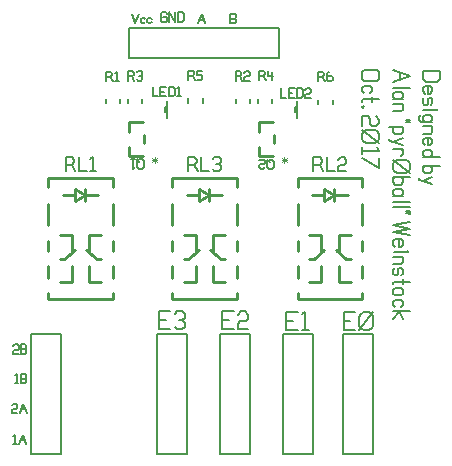
<source format=gto>
G04 -- Generated By PCBWeb Designer*
%FSLAX24Y24*%
%MOIN*%
%OFA0B0*%
%SFA1.0B1.0*%
%AMROTRECT*21,1,$1,$2,0,0,$3*%
%AMROTOBLONG*1,1,$7,$1,$2*1,1,$7,$3,$4*21,1,$5,$6,0,0,$8*%
%ADD10C,0.025*%
%ADD11C,0.05*%
%ADD12C,0.028*%
%ADD13C,0.06*%
%ADD14C,0.006*%
%ADD15C,0.008*%
%ADD16C,0.024*%
%ADD17C,0.035*%
%ADD18C,0.07*%
%ADD19R,0.055X0.0433*%
%ADD20R,0.065X0.0533*%
%ADD21C,0.1772*%
%ADD22C,0.128*%
%ADD23C,0.1872*%
%ADD24R,0.0276X0.0236*%
%ADD25R,0.0376X0.0336*%
%ADD26C,0.01*%
%ADD27C,0.0039*%
%ADD28C,0.0199*%
%ADD29R,0.0787X0.0276*%
%ADD30R,0.0887X0.0376*%
%ADD31R,0.0433X0.055*%
%ADD32R,0.0533X0.065*%
%ADD33C,0.0059*%
%ADD34R,0.085X0.07*%
%ADD35R,0.095X0.08*%
%ADD36C,0.0394*%
%ADD37C,0.0*%
%ADD38C,0.0258*%
%ADD39C,0.0059*%
%ADD40C,0.0098*%
%ADD41C,0.0276*%
G01*
%LNERASE*%
%LPC*%
G54D16*
X13330Y5161D02*
X12955Y5161D01*
X12955Y4561D01*
X13330Y4561D01*
X12955Y4861D02*
X13180Y4861D01*
X13480Y4711D02*
X13518Y4636D01*
X13555Y4599D01*
X13630Y4561D01*
X13780Y4561D01*
X13855Y4599D01*
X13893Y4636D01*
X13930Y4711D01*
X13930Y5011D01*
X13893Y5086D01*
X13855Y5124D01*
X13780Y5161D01*
X13630Y5161D01*
X13555Y5124D01*
X13518Y5086D01*
X13480Y5011D01*
X13480Y4711D01*
X13480Y4711D01*
X13480Y4561D02*
X13930Y5161D01*
X11421Y5161D02*
X11046Y5161D01*
X11046Y4561D01*
X11421Y4561D01*
X11046Y4861D02*
X11271Y4861D01*
X11571Y4561D02*
X11796Y4561D01*
X11683Y4561D02*
X11683Y5161D01*
X11571Y5086D01*
X9285Y5190D02*
X8910Y5190D01*
X8910Y4590D01*
X9285Y4590D01*
X8910Y4890D02*
X9135Y4890D01*
X9435Y5077D02*
X9548Y5190D01*
X9660Y5190D01*
X9773Y5077D01*
X9773Y4927D01*
X9698Y4852D01*
X9510Y4852D01*
X9435Y4777D01*
X9435Y4590D01*
X9773Y4590D01*
X7169Y5190D02*
X6794Y5190D01*
X6794Y4590D01*
X7169Y4590D01*
X6794Y4890D02*
X7019Y4890D01*
X7319Y5115D02*
X7394Y5190D01*
X7581Y5190D01*
X7656Y5115D01*
X7656Y4965D01*
X7581Y4890D01*
X7469Y4890D01*
X7581Y4890D02*
X7656Y4815D01*
X7656Y4665D01*
X7581Y4590D01*
X7394Y4590D01*
X7319Y4665D01*
X5039Y12864D02*
X5039Y13179D01*
X5177Y13179D01*
X5236Y13120D01*
X5236Y13061D01*
X5177Y13002D01*
X5039Y13002D01*
X5177Y13002D02*
X5255Y12864D01*
X5334Y12864D02*
X5452Y12864D01*
X5393Y12864D02*
X5393Y13179D01*
X5334Y13140D01*
X9354Y12881D02*
X9354Y13196D01*
X9492Y13196D01*
X9551Y13137D01*
X9551Y13078D01*
X9492Y13019D01*
X9354Y13019D01*
X9492Y13019D02*
X9570Y12881D01*
X9649Y13137D02*
X9708Y13196D01*
X9767Y13196D01*
X9826Y13137D01*
X9826Y13058D01*
X9787Y13019D01*
X9689Y13019D01*
X9649Y12979D01*
X9649Y12881D01*
X9826Y12881D01*
X7067Y15118D02*
X7028Y15158D01*
X6910Y15158D01*
X6870Y15118D01*
X6870Y14882D01*
X6910Y14843D01*
X7028Y14843D01*
X7067Y14882D01*
X7067Y15000D01*
X6929Y15000D01*
X7146Y14843D02*
X7146Y15158D01*
X7343Y14843D01*
X7343Y15158D01*
X7421Y14843D02*
X7421Y15158D01*
X7559Y15158D01*
X7618Y15099D01*
X7618Y14902D01*
X7559Y14843D01*
X7421Y14843D01*
X7421Y14843D01*
X5886Y15108D02*
X6004Y14793D01*
X6122Y15108D01*
X6339Y14931D02*
X6299Y14971D01*
X6240Y14971D01*
X6201Y14931D01*
X6201Y14833D01*
X6240Y14793D01*
X6299Y14793D01*
X6339Y14833D01*
X6555Y14931D02*
X6516Y14971D01*
X6457Y14971D01*
X6417Y14931D01*
X6417Y14833D01*
X6457Y14793D01*
X6516Y14793D01*
X6555Y14833D01*
X9183Y14793D02*
X9183Y15108D01*
X9321Y15108D01*
X9360Y15069D01*
X9360Y14990D01*
X9321Y14951D01*
X9360Y14912D01*
X9360Y14833D01*
X9321Y14793D01*
X9183Y14793D01*
X9321Y14951D02*
X9183Y14951D01*
X8146Y14912D02*
X8291Y14912D01*
X8101Y14793D02*
X8219Y15108D01*
X8337Y14793D01*
X1949Y4026D02*
X2008Y4085D01*
X2067Y4085D01*
X2126Y4026D01*
X2126Y3947D01*
X2087Y3908D01*
X1988Y3908D01*
X1949Y3868D01*
X1949Y3770D01*
X2126Y3770D01*
X2205Y3770D02*
X2205Y4085D01*
X2343Y4085D01*
X2382Y4045D01*
X2382Y3967D01*
X2343Y3927D01*
X2382Y3888D01*
X2382Y3809D01*
X2343Y3770D01*
X2205Y3770D01*
X2343Y3927D02*
X2205Y3927D01*
X1998Y2785D02*
X2116Y2785D01*
X2057Y2785D02*
X2057Y3100D01*
X1998Y3061D01*
X2195Y2785D02*
X2195Y3100D01*
X2333Y3100D01*
X2372Y3061D01*
X2372Y2982D01*
X2333Y2943D01*
X2372Y2904D01*
X2372Y2825D01*
X2333Y2785D01*
X2195Y2785D01*
X2333Y2943D02*
X2195Y2943D01*
X1900Y2057D02*
X1959Y2116D01*
X2018Y2116D01*
X2077Y2057D01*
X2077Y1978D01*
X2037Y1939D01*
X1939Y1939D01*
X1900Y1900D01*
X1900Y1801D01*
X2077Y1801D01*
X2201Y1919D02*
X2347Y1919D01*
X2156Y1801D02*
X2274Y2116D01*
X2392Y1801D01*
X1949Y768D02*
X2067Y768D01*
X2008Y768D02*
X2008Y1083D01*
X1949Y1043D01*
X2191Y886D02*
X2337Y886D01*
X2146Y768D02*
X2264Y1083D01*
X2382Y768D01*
G54D28*
X11054Y10311D02*
X10912Y10170D01*
X11054Y10170D02*
X10912Y10311D01*
X10983Y10146D02*
X10983Y10335D01*
X11077Y10240D02*
X10888Y10240D01*
G54D16*
X10583Y10243D02*
X10643Y10184D01*
X10643Y9987D01*
X10583Y9928D01*
X10465Y9928D01*
X10406Y9987D01*
X10406Y10184D01*
X10465Y10243D01*
X10583Y10243D01*
X10583Y10243D01*
X10406Y10243D02*
X10485Y10164D01*
X10328Y9987D02*
X10268Y9928D01*
X10209Y9928D01*
X10150Y9987D01*
X10150Y10066D01*
X10190Y10105D01*
X10288Y10105D01*
X10328Y10144D01*
X10328Y10243D01*
X10150Y10243D01*
G54D28*
X6723Y10311D02*
X6581Y10170D01*
X6723Y10170D02*
X6581Y10311D01*
X6652Y10146D02*
X6652Y10335D01*
X6746Y10240D02*
X6557Y10240D01*
G54D16*
X6240Y10263D02*
X6300Y10203D01*
X6300Y10007D01*
X6240Y9948D01*
X6122Y9948D01*
X6063Y10007D01*
X6063Y10203D01*
X6122Y10263D01*
X6240Y10263D01*
X6240Y10263D01*
X6063Y10263D02*
X6142Y10184D01*
X5985Y10263D02*
X5866Y10263D01*
X5926Y10263D02*
X5926Y9948D01*
X5985Y9987D01*
X15594Y13195D02*
X16161Y13195D01*
X16161Y12947D01*
X16055Y12841D01*
X15701Y12841D01*
X15594Y12947D01*
X15594Y13195D01*
X15594Y13195D01*
X15665Y12451D02*
X15594Y12522D01*
X15594Y12628D01*
X15665Y12699D01*
X15842Y12699D01*
X15913Y12628D01*
X15913Y12522D01*
X15842Y12451D01*
X15772Y12451D01*
X15772Y12699D01*
X15860Y12079D02*
X15913Y12132D01*
X15913Y12256D01*
X15860Y12309D01*
X15789Y12309D01*
X15754Y12274D01*
X15754Y12114D01*
X15718Y12079D01*
X15648Y12079D01*
X15594Y12132D01*
X15594Y12256D01*
X15648Y12309D01*
X15603Y11910D02*
X16037Y11910D01*
X16055Y11928D02*
X16073Y11910D01*
X16055Y11893D01*
X16037Y11910D01*
X16055Y11928D01*
X15807Y11751D02*
X15842Y11751D01*
X15913Y11680D01*
X15913Y11574D01*
X15842Y11503D01*
X15665Y11503D01*
X15594Y11574D01*
X15594Y11680D01*
X15665Y11751D01*
X15807Y11751D01*
X15913Y11503D02*
X15524Y11503D01*
X15453Y11574D01*
X15453Y11680D01*
X15524Y11751D01*
X15913Y11361D02*
X15594Y11361D01*
X15860Y11361D02*
X15913Y11308D01*
X15913Y11166D01*
X15860Y11113D01*
X15594Y11113D01*
X15665Y10723D02*
X15594Y10794D01*
X15594Y10901D01*
X15665Y10971D01*
X15842Y10971D01*
X15913Y10901D01*
X15913Y10794D01*
X15842Y10723D01*
X15772Y10723D01*
X15772Y10971D01*
X15665Y10582D02*
X15842Y10582D01*
X15913Y10511D01*
X15913Y10405D01*
X15842Y10334D01*
X15665Y10334D01*
X15594Y10405D01*
X15594Y10511D01*
X15665Y10582D01*
X15594Y10334D02*
X16161Y10334D01*
X15594Y10050D02*
X16161Y10050D01*
X15665Y10050D02*
X15594Y9979D01*
X15594Y9873D01*
X15665Y9802D01*
X15842Y9802D01*
X15913Y9873D01*
X15913Y9979D01*
X15842Y10050D01*
X15913Y9660D02*
X15594Y9536D01*
X15913Y9430D01*
X15594Y9536D02*
X15470Y9572D01*
X15453Y9590D01*
X15453Y9625D01*
X14823Y13163D02*
X14823Y12900D01*
X14610Y13244D02*
X15177Y13032D01*
X14610Y12819D01*
X15177Y12642D02*
X14610Y12642D01*
X14681Y12500D02*
X14610Y12429D01*
X14610Y12323D01*
X14681Y12252D01*
X14858Y12252D01*
X14929Y12323D01*
X14929Y12429D01*
X14858Y12500D01*
X14681Y12500D01*
X14610Y12252D02*
X14929Y12252D01*
X14929Y12110D02*
X14610Y12110D01*
X14876Y12110D02*
X14929Y12057D01*
X14929Y11915D01*
X14876Y11862D01*
X14610Y11862D01*
X15177Y11579D02*
X15035Y11579D01*
X15177Y11561D01*
X15177Y11579D01*
X15177Y11579D01*
X15177Y11508D02*
X15035Y11508D01*
X15177Y11490D01*
X15177Y11508D01*
X15177Y11508D01*
X14663Y11348D02*
X14610Y11295D01*
X14610Y11154D01*
X14663Y11100D01*
X14876Y11100D01*
X14929Y11154D01*
X14929Y11295D01*
X14876Y11348D01*
X14468Y11348D01*
X14876Y11348D02*
X14929Y11348D01*
X14929Y10959D02*
X14610Y10835D01*
X14929Y10728D01*
X14610Y10835D02*
X14486Y10870D01*
X14468Y10888D01*
X14468Y10923D01*
X14929Y10587D02*
X14610Y10587D01*
X14876Y10374D02*
X14929Y10427D01*
X14929Y10533D01*
X14876Y10587D01*
X14858Y10587D01*
X14752Y10232D02*
X14681Y10197D01*
X14646Y10161D01*
X14610Y10091D01*
X14610Y9949D01*
X14646Y9878D01*
X14681Y9843D01*
X14752Y9807D01*
X15035Y9807D01*
X15106Y9843D01*
X15142Y9878D01*
X15177Y9949D01*
X15177Y10091D01*
X15142Y10161D01*
X15106Y10197D01*
X15035Y10232D01*
X14752Y10232D01*
X14752Y10232D01*
X14610Y10232D02*
X15177Y9807D01*
X14610Y9665D02*
X15177Y9665D01*
X14681Y9665D02*
X14610Y9594D01*
X14610Y9488D01*
X14681Y9417D01*
X14858Y9417D01*
X14929Y9488D01*
X14929Y9594D01*
X14858Y9665D01*
X14681Y9276D02*
X14610Y9205D01*
X14610Y9098D01*
X14681Y9028D01*
X14858Y9028D01*
X14929Y9098D01*
X14929Y9205D01*
X14858Y9276D01*
X14681Y9276D01*
X14610Y9028D02*
X14929Y9028D01*
X15177Y8850D02*
X14610Y8850D01*
X15177Y8673D02*
X14610Y8673D01*
X15177Y8532D02*
X15035Y8532D01*
X15177Y8514D01*
X15177Y8532D01*
X15177Y8532D01*
X15177Y8461D02*
X15035Y8461D01*
X15177Y8443D01*
X15177Y8461D01*
X15177Y8461D01*
X15177Y8159D02*
X14610Y8053D01*
X15177Y7947D01*
X14610Y7841D01*
X15177Y7734D01*
X14681Y7344D02*
X14610Y7415D01*
X14610Y7522D01*
X14681Y7593D01*
X14858Y7593D01*
X14929Y7522D01*
X14929Y7415D01*
X14858Y7344D01*
X14787Y7344D01*
X14787Y7593D01*
X14619Y7176D02*
X15053Y7176D01*
X15071Y7194D02*
X15088Y7176D01*
X15071Y7158D01*
X15053Y7176D01*
X15071Y7194D01*
X14929Y7017D02*
X14610Y7017D01*
X14876Y7017D02*
X14929Y6964D01*
X14929Y6822D01*
X14876Y6769D01*
X14610Y6769D01*
X14876Y6397D02*
X14929Y6450D01*
X14929Y6574D01*
X14876Y6627D01*
X14805Y6627D01*
X14770Y6592D01*
X14770Y6432D01*
X14734Y6397D01*
X14663Y6397D01*
X14610Y6450D01*
X14610Y6574D01*
X14663Y6627D01*
X14929Y6255D02*
X14929Y6113D01*
X14610Y6113D02*
X14610Y6149D01*
X14646Y6184D01*
X15177Y6184D01*
X14929Y5918D02*
X14876Y5971D01*
X14663Y5971D01*
X14610Y5918D01*
X14610Y5777D01*
X14663Y5723D01*
X14876Y5723D01*
X14929Y5777D01*
X14929Y5918D01*
X14858Y5334D02*
X14929Y5405D01*
X14929Y5511D01*
X14858Y5582D01*
X14681Y5582D01*
X14610Y5511D01*
X14610Y5405D01*
X14681Y5334D01*
X14610Y5192D02*
X15177Y5192D01*
X14787Y5192D02*
X14929Y4926D01*
X14805Y5157D02*
X14610Y4926D01*
X13718Y13244D02*
X14073Y13244D01*
X14144Y13173D01*
X14144Y12925D01*
X14073Y12854D01*
X13648Y12854D01*
X13577Y12925D01*
X13577Y13173D01*
X13648Y13244D01*
X13718Y13244D01*
X13825Y12465D02*
X13896Y12535D01*
X13896Y12642D01*
X13825Y12713D01*
X13648Y12713D01*
X13577Y12642D01*
X13577Y12535D01*
X13648Y12465D01*
X13896Y12323D02*
X13896Y12181D01*
X13577Y12181D02*
X13577Y12217D01*
X13612Y12252D01*
X14144Y12252D01*
X13612Y12039D02*
X13577Y12004D01*
X13612Y11969D01*
X13648Y12004D01*
X13612Y12039D01*
X14037Y11685D02*
X14144Y11579D01*
X14144Y11472D01*
X14037Y11366D01*
X13896Y11366D01*
X13825Y11437D01*
X13825Y11614D01*
X13754Y11685D01*
X13577Y11685D01*
X13577Y11366D01*
X13718Y11224D02*
X13648Y11189D01*
X13612Y11154D01*
X13577Y11083D01*
X13577Y10941D01*
X13612Y10870D01*
X13648Y10835D01*
X13718Y10799D01*
X14002Y10799D01*
X14073Y10835D01*
X14108Y10870D01*
X14144Y10941D01*
X14144Y11083D01*
X14108Y11154D01*
X14073Y11189D01*
X14002Y11224D01*
X13718Y11224D01*
X13718Y11224D01*
X13577Y11224D02*
X14144Y10799D01*
X13577Y10658D02*
X13577Y10445D01*
X13577Y10551D02*
X14144Y10551D01*
X14073Y10658D01*
X14144Y10303D02*
X14144Y9984D01*
X13577Y10303D01*
X3687Y9865D02*
X3687Y10337D01*
X3894Y10337D01*
X3983Y10249D01*
X3983Y10160D01*
X3894Y10072D01*
X3687Y10072D01*
X3894Y10072D02*
X4012Y9865D01*
X4130Y10337D02*
X4130Y9865D01*
X4396Y9865D01*
X4514Y9865D02*
X4691Y9865D01*
X4603Y9865D02*
X4603Y10337D01*
X4514Y10278D01*
X11948Y9865D02*
X11948Y10337D01*
X12155Y10337D01*
X12243Y10249D01*
X12243Y10160D01*
X12155Y10072D01*
X11948Y10072D01*
X12155Y10072D02*
X12273Y9865D01*
X12391Y10337D02*
X12391Y9865D01*
X12657Y9865D01*
X12775Y10249D02*
X12864Y10337D01*
X12952Y10337D01*
X13041Y10249D01*
X13041Y10131D01*
X12982Y10072D01*
X12834Y10072D01*
X12775Y10012D01*
X12775Y9865D01*
X13041Y9865D01*
X7765Y9865D02*
X7765Y10337D01*
X7972Y10337D01*
X8060Y10249D01*
X8060Y10160D01*
X7972Y10072D01*
X7765Y10072D01*
X7972Y10072D02*
X8090Y9865D01*
X8208Y10337D02*
X8208Y9865D01*
X8474Y9865D01*
X8592Y10278D02*
X8651Y10337D01*
X8798Y10337D01*
X8858Y10278D01*
X8858Y10160D01*
X8798Y10101D01*
X8710Y10101D01*
X8798Y10101D02*
X8858Y10042D01*
X8858Y9924D01*
X8798Y9865D01*
X8651Y9865D01*
X8592Y9924D01*
X5761Y12881D02*
X5761Y13196D01*
X5899Y13196D01*
X5958Y13137D01*
X5958Y13078D01*
X5899Y13019D01*
X5761Y13019D01*
X5899Y13019D02*
X5978Y12881D01*
X6057Y13156D02*
X6096Y13196D01*
X6194Y13196D01*
X6234Y13156D01*
X6234Y13078D01*
X6194Y13038D01*
X6135Y13038D01*
X6194Y13038D02*
X6234Y12999D01*
X6234Y12920D01*
X6194Y12881D01*
X6096Y12881D01*
X6057Y12920D01*
X10141Y12900D02*
X10141Y13214D01*
X10279Y13214D01*
X10338Y13155D01*
X10338Y13096D01*
X10279Y13037D01*
X10141Y13037D01*
X10279Y13037D02*
X10358Y12900D01*
X10437Y13214D02*
X10437Y13037D01*
X10594Y13037D01*
X10555Y13175D02*
X10555Y12900D01*
X6593Y12674D02*
X6593Y12359D01*
X6770Y12359D01*
X7046Y12674D02*
X6849Y12674D01*
X6849Y12359D01*
X7046Y12359D01*
X6849Y12517D02*
X6967Y12517D01*
X7125Y12359D02*
X7125Y12674D01*
X7262Y12674D01*
X7321Y12615D01*
X7321Y12418D01*
X7262Y12359D01*
X7125Y12359D01*
X7125Y12359D01*
X7400Y12359D02*
X7518Y12359D01*
X7459Y12359D02*
X7459Y12674D01*
X7400Y12635D01*
X7782Y12898D02*
X7782Y13213D01*
X7920Y13213D01*
X7979Y13154D01*
X7979Y13095D01*
X7920Y13036D01*
X7782Y13036D01*
X7920Y13036D02*
X7999Y12898D01*
X8235Y13213D02*
X8078Y13213D01*
X8078Y13076D01*
X8196Y13076D01*
X8235Y13036D01*
X8235Y12938D01*
X8196Y12898D01*
X8078Y12898D01*
X12113Y12868D02*
X12113Y13183D01*
X12251Y13183D01*
X12310Y13124D01*
X12310Y13065D01*
X12251Y13006D01*
X12113Y13006D01*
X12251Y13006D02*
X12330Y12868D01*
X12468Y13183D02*
X12409Y13124D01*
X12409Y12907D01*
X12448Y12868D01*
X12546Y12868D01*
X12586Y12907D01*
X12586Y12986D01*
X12546Y13026D01*
X12448Y13026D01*
X12409Y12986D01*
X10868Y12625D02*
X10868Y12310D01*
X11045Y12310D01*
X11320Y12625D02*
X11124Y12625D01*
X11124Y12310D01*
X11320Y12310D01*
X11124Y12468D02*
X11242Y12468D01*
X11399Y12310D02*
X11399Y12625D01*
X11537Y12625D01*
X11596Y12566D01*
X11596Y12369D01*
X11537Y12310D01*
X11399Y12310D01*
X11399Y12310D01*
X11675Y12566D02*
X11734Y12625D01*
X11793Y12625D01*
X11852Y12566D01*
X11852Y12487D01*
X11813Y12448D01*
X11714Y12448D01*
X11675Y12409D01*
X11675Y12310D01*
X11852Y12310D01*
%LNSTD*%
%LPD*%
G54D14*
X2551Y4437D02*
X2551Y437D01*
X3551Y437D01*
X3551Y4437D01*
X2551Y4437D01*
X13935Y435D02*
X13935Y4435D01*
X12935Y4435D01*
X12935Y435D01*
X13935Y435D01*
G54D15*
X13330Y5161D02*
X12955Y5161D01*
X12955Y4561D01*
X13330Y4561D01*
X12955Y4861D02*
X13180Y4861D01*
X13480Y4711D02*
X13518Y4636D01*
X13555Y4599D01*
X13630Y4561D01*
X13780Y4561D01*
X13855Y4599D01*
X13893Y4636D01*
X13930Y4711D01*
X13930Y5011D01*
X13893Y5086D01*
X13855Y5124D01*
X13780Y5161D01*
X13630Y5161D01*
X13555Y5124D01*
X13518Y5086D01*
X13480Y5011D01*
X13480Y4711D01*
X13480Y4711D01*
X13480Y4561D02*
X13930Y5161D01*
G54D14*
X11918Y435D02*
X11918Y4435D01*
X10918Y4435D01*
X10918Y435D01*
X11918Y435D01*
G54D15*
X11421Y5161D02*
X11046Y5161D01*
X11046Y4561D01*
X11421Y4561D01*
X11046Y4861D02*
X11271Y4861D01*
X11571Y4561D02*
X11796Y4561D01*
X11683Y4561D02*
X11683Y5161D01*
X11571Y5086D01*
G54D14*
X9851Y435D02*
X9851Y4435D01*
X8851Y4435D01*
X8851Y435D01*
X9851Y435D01*
G54D15*
X9285Y5190D02*
X8910Y5190D01*
X8910Y4590D01*
X9285Y4590D01*
X8910Y4890D02*
X9135Y4890D01*
X9435Y5077D02*
X9548Y5190D01*
X9660Y5190D01*
X9773Y5077D01*
X9773Y4927D01*
X9698Y4852D01*
X9510Y4852D01*
X9435Y4777D01*
X9435Y4590D01*
X9773Y4590D01*
G54D14*
X7735Y435D02*
X7735Y4435D01*
X6735Y4435D01*
X6735Y435D01*
X7735Y435D01*
G54D15*
X7169Y5190D02*
X6794Y5190D01*
X6794Y4590D01*
X7169Y4590D01*
X6794Y4890D02*
X7019Y4890D01*
X7319Y5115D02*
X7394Y5190D01*
X7581Y5190D01*
X7656Y5115D01*
X7656Y4965D01*
X7581Y4890D01*
X7469Y4890D01*
X7581Y4890D02*
X7656Y4815D01*
X7656Y4665D01*
X7581Y4590D01*
X7394Y4590D01*
X7319Y4665D01*
G54D14*
X10786Y14624D02*
X5786Y14624D01*
X5786Y13624D01*
X10786Y13624D01*
X10786Y14624D01*
G54D15*
X5026Y12121D02*
X5026Y12271D01*
X5506Y12121D02*
X5506Y12271D01*
X5039Y12864D02*
X5039Y13179D01*
X5177Y13179D01*
X5236Y13120D01*
X5236Y13061D01*
X5177Y13002D01*
X5039Y13002D01*
X5177Y13002D02*
X5255Y12864D01*
X5334Y12864D02*
X5452Y12864D01*
X5393Y12864D02*
X5393Y13179D01*
X5334Y13140D01*
X9357Y12121D02*
X9357Y12271D01*
X9837Y12121D02*
X9837Y12271D01*
X9354Y12881D02*
X9354Y13196D01*
X9492Y13196D01*
X9551Y13137D01*
X9551Y13078D01*
X9492Y13019D01*
X9354Y13019D01*
X9492Y13019D02*
X9570Y12881D01*
X9649Y13137D02*
X9708Y13196D01*
X9767Y13196D01*
X9826Y13137D01*
X9826Y13058D01*
X9787Y13019D01*
X9689Y13019D01*
X9649Y12979D01*
X9649Y12881D01*
X9826Y12881D01*
X7067Y15118D02*
X7028Y15158D01*
X6910Y15158D01*
X6870Y15118D01*
X6870Y14882D01*
X6910Y14843D01*
X7028Y14843D01*
X7067Y14882D01*
X7067Y15000D01*
X6929Y15000D01*
X7146Y14843D02*
X7146Y15158D01*
X7343Y14843D01*
X7343Y15158D01*
X7421Y14843D02*
X7421Y15158D01*
X7559Y15158D01*
X7618Y15099D01*
X7618Y14902D01*
X7559Y14843D01*
X7421Y14843D01*
X7421Y14843D01*
X5886Y15108D02*
X6004Y14793D01*
X6122Y15108D01*
X6339Y14931D02*
X6299Y14971D01*
X6240Y14971D01*
X6201Y14931D01*
X6201Y14833D01*
X6240Y14793D01*
X6299Y14793D01*
X6339Y14833D01*
X6555Y14931D02*
X6516Y14971D01*
X6457Y14971D01*
X6417Y14931D01*
X6417Y14833D01*
X6457Y14793D01*
X6516Y14793D01*
X6555Y14833D01*
X9183Y14793D02*
X9183Y15108D01*
X9321Y15108D01*
X9360Y15069D01*
X9360Y14990D01*
X9321Y14951D01*
X9360Y14912D01*
X9360Y14833D01*
X9321Y14793D01*
X9183Y14793D01*
X9321Y14951D02*
X9183Y14951D01*
X8146Y14912D02*
X8291Y14912D01*
X8101Y14793D02*
X8219Y15108D01*
X8337Y14793D01*
X1949Y4026D02*
X2008Y4085D01*
X2067Y4085D01*
X2126Y4026D01*
X2126Y3947D01*
X2087Y3908D01*
X1988Y3908D01*
X1949Y3868D01*
X1949Y3770D01*
X2126Y3770D01*
X2205Y3770D02*
X2205Y4085D01*
X2343Y4085D01*
X2382Y4045D01*
X2382Y3967D01*
X2343Y3927D01*
X2382Y3888D01*
X2382Y3809D01*
X2343Y3770D01*
X2205Y3770D01*
X2343Y3927D02*
X2205Y3927D01*
X1998Y2785D02*
X2116Y2785D01*
X2057Y2785D02*
X2057Y3100D01*
X1998Y3061D01*
X2195Y2785D02*
X2195Y3100D01*
X2333Y3100D01*
X2372Y3061D01*
X2372Y2982D01*
X2333Y2943D01*
X2372Y2904D01*
X2372Y2825D01*
X2333Y2785D01*
X2195Y2785D01*
X2333Y2943D02*
X2195Y2943D01*
X1900Y2057D02*
X1959Y2116D01*
X2018Y2116D01*
X2077Y2057D01*
X2077Y1978D01*
X2037Y1939D01*
X1939Y1939D01*
X1900Y1900D01*
X1900Y1801D01*
X2077Y1801D01*
X2201Y1919D02*
X2347Y1919D01*
X2156Y1801D02*
X2274Y2116D01*
X2392Y1801D01*
X1949Y768D02*
X2067Y768D01*
X2008Y768D02*
X2008Y1083D01*
X1949Y1043D01*
X2191Y886D02*
X2337Y886D01*
X2146Y768D02*
X2264Y1083D01*
X2382Y768D01*
G54D26*
X10640Y10788D02*
X10640Y11063D01*
G54D27*
X11054Y10311D02*
X10912Y10170D01*
X11054Y10170D02*
X10912Y10311D01*
X10983Y10146D02*
X10983Y10335D01*
X11077Y10240D02*
X10888Y10240D01*
G54D26*
X10601Y10355D02*
X10128Y10355D01*
X10128Y10670D01*
X10128Y11181D02*
X10128Y11496D01*
X10601Y11496D01*
G54D15*
X10583Y10243D02*
X10643Y10184D01*
X10643Y9987D01*
X10583Y9928D01*
X10465Y9928D01*
X10406Y9987D01*
X10406Y10184D01*
X10465Y10243D01*
X10583Y10243D01*
X10583Y10243D01*
X10406Y10243D02*
X10485Y10164D01*
X10328Y9987D02*
X10268Y9928D01*
X10209Y9928D01*
X10150Y9987D01*
X10150Y10066D01*
X10190Y10105D01*
X10288Y10105D01*
X10328Y10144D01*
X10328Y10243D01*
X10150Y10243D01*
G54D26*
X6309Y10788D02*
X6309Y11063D01*
G54D27*
X6723Y10311D02*
X6581Y10170D01*
X6723Y10170D02*
X6581Y10311D01*
X6652Y10146D02*
X6652Y10335D01*
X6746Y10240D02*
X6557Y10240D01*
G54D26*
X6270Y10355D02*
X5797Y10355D01*
X5797Y10670D01*
X5797Y11181D02*
X5797Y11496D01*
X6270Y11496D01*
G54D15*
X6240Y10263D02*
X6300Y10203D01*
X6300Y10007D01*
X6240Y9948D01*
X6122Y9948D01*
X6063Y10007D01*
X6063Y10203D01*
X6122Y10263D01*
X6240Y10263D01*
X6240Y10263D01*
X6063Y10263D02*
X6142Y10184D01*
X5985Y10263D02*
X5866Y10263D01*
X5926Y10263D02*
X5926Y9948D01*
X5985Y9987D01*
X15594Y13195D02*
X16161Y13195D01*
X16161Y12947D01*
X16055Y12841D01*
X15701Y12841D01*
X15594Y12947D01*
X15594Y13195D01*
X15594Y13195D01*
X15665Y12451D02*
X15594Y12522D01*
X15594Y12628D01*
X15665Y12699D01*
X15842Y12699D01*
X15913Y12628D01*
X15913Y12522D01*
X15842Y12451D01*
X15772Y12451D01*
X15772Y12699D01*
X15860Y12079D02*
X15913Y12132D01*
X15913Y12256D01*
X15860Y12309D01*
X15789Y12309D01*
X15754Y12274D01*
X15754Y12114D01*
X15718Y12079D01*
X15648Y12079D01*
X15594Y12132D01*
X15594Y12256D01*
X15648Y12309D01*
X15603Y11910D02*
X16037Y11910D01*
X16055Y11928D02*
X16073Y11910D01*
X16055Y11893D01*
X16037Y11910D01*
X16055Y11928D01*
X15807Y11751D02*
X15842Y11751D01*
X15913Y11680D01*
X15913Y11574D01*
X15842Y11503D01*
X15665Y11503D01*
X15594Y11574D01*
X15594Y11680D01*
X15665Y11751D01*
X15807Y11751D01*
X15913Y11503D02*
X15524Y11503D01*
X15453Y11574D01*
X15453Y11680D01*
X15524Y11751D01*
X15913Y11361D02*
X15594Y11361D01*
X15860Y11361D02*
X15913Y11308D01*
X15913Y11166D01*
X15860Y11113D01*
X15594Y11113D01*
X15665Y10723D02*
X15594Y10794D01*
X15594Y10901D01*
X15665Y10971D01*
X15842Y10971D01*
X15913Y10901D01*
X15913Y10794D01*
X15842Y10723D01*
X15772Y10723D01*
X15772Y10971D01*
X15665Y10582D02*
X15842Y10582D01*
X15913Y10511D01*
X15913Y10405D01*
X15842Y10334D01*
X15665Y10334D01*
X15594Y10405D01*
X15594Y10511D01*
X15665Y10582D01*
X15594Y10334D02*
X16161Y10334D01*
X15594Y10050D02*
X16161Y10050D01*
X15665Y10050D02*
X15594Y9979D01*
X15594Y9873D01*
X15665Y9802D01*
X15842Y9802D01*
X15913Y9873D01*
X15913Y9979D01*
X15842Y10050D01*
X15913Y9660D02*
X15594Y9536D01*
X15913Y9430D01*
X15594Y9536D02*
X15470Y9572D01*
X15453Y9590D01*
X15453Y9625D01*
X14823Y13163D02*
X14823Y12900D01*
X14610Y13244D02*
X15177Y13032D01*
X14610Y12819D01*
X15177Y12642D02*
X14610Y12642D01*
X14681Y12500D02*
X14610Y12429D01*
X14610Y12323D01*
X14681Y12252D01*
X14858Y12252D01*
X14929Y12323D01*
X14929Y12429D01*
X14858Y12500D01*
X14681Y12500D01*
X14610Y12252D02*
X14929Y12252D01*
X14929Y12110D02*
X14610Y12110D01*
X14876Y12110D02*
X14929Y12057D01*
X14929Y11915D01*
X14876Y11862D01*
X14610Y11862D01*
X15177Y11579D02*
X15035Y11579D01*
X15177Y11561D01*
X15177Y11579D01*
X15177Y11579D01*
X15177Y11508D02*
X15035Y11508D01*
X15177Y11490D01*
X15177Y11508D01*
X15177Y11508D01*
X14663Y11348D02*
X14610Y11295D01*
X14610Y11154D01*
X14663Y11100D01*
X14876Y11100D01*
X14929Y11154D01*
X14929Y11295D01*
X14876Y11348D01*
X14468Y11348D01*
X14876Y11348D02*
X14929Y11348D01*
X14929Y10959D02*
X14610Y10835D01*
X14929Y10728D01*
X14610Y10835D02*
X14486Y10870D01*
X14468Y10888D01*
X14468Y10923D01*
X14929Y10587D02*
X14610Y10587D01*
X14876Y10374D02*
X14929Y10427D01*
X14929Y10533D01*
X14876Y10587D01*
X14858Y10587D01*
X14752Y10232D02*
X14681Y10197D01*
X14646Y10161D01*
X14610Y10091D01*
X14610Y9949D01*
X14646Y9878D01*
X14681Y9843D01*
X14752Y9807D01*
X15035Y9807D01*
X15106Y9843D01*
X15142Y9878D01*
X15177Y9949D01*
X15177Y10091D01*
X15142Y10161D01*
X15106Y10197D01*
X15035Y10232D01*
X14752Y10232D01*
X14752Y10232D01*
X14610Y10232D02*
X15177Y9807D01*
X14610Y9665D02*
X15177Y9665D01*
X14681Y9665D02*
X14610Y9594D01*
X14610Y9488D01*
X14681Y9417D01*
X14858Y9417D01*
X14929Y9488D01*
X14929Y9594D01*
X14858Y9665D01*
X14681Y9276D02*
X14610Y9205D01*
X14610Y9098D01*
X14681Y9028D01*
X14858Y9028D01*
X14929Y9098D01*
X14929Y9205D01*
X14858Y9276D01*
X14681Y9276D01*
X14610Y9028D02*
X14929Y9028D01*
X15177Y8850D02*
X14610Y8850D01*
X15177Y8673D02*
X14610Y8673D01*
X15177Y8532D02*
X15035Y8532D01*
X15177Y8514D01*
X15177Y8532D01*
X15177Y8532D01*
X15177Y8461D02*
X15035Y8461D01*
X15177Y8443D01*
X15177Y8461D01*
X15177Y8461D01*
X15177Y8159D02*
X14610Y8053D01*
X15177Y7947D01*
X14610Y7841D01*
X15177Y7734D01*
X14681Y7344D02*
X14610Y7415D01*
X14610Y7522D01*
X14681Y7593D01*
X14858Y7593D01*
X14929Y7522D01*
X14929Y7415D01*
X14858Y7344D01*
X14787Y7344D01*
X14787Y7593D01*
X14619Y7176D02*
X15053Y7176D01*
X15071Y7194D02*
X15088Y7176D01*
X15071Y7158D01*
X15053Y7176D01*
X15071Y7194D01*
X14929Y7017D02*
X14610Y7017D01*
X14876Y7017D02*
X14929Y6964D01*
X14929Y6822D01*
X14876Y6769D01*
X14610Y6769D01*
X14876Y6397D02*
X14929Y6450D01*
X14929Y6574D01*
X14876Y6627D01*
X14805Y6627D01*
X14770Y6592D01*
X14770Y6432D01*
X14734Y6397D01*
X14663Y6397D01*
X14610Y6450D01*
X14610Y6574D01*
X14663Y6627D01*
X14929Y6255D02*
X14929Y6113D01*
X14610Y6113D02*
X14610Y6149D01*
X14646Y6184D01*
X15177Y6184D01*
X14929Y5918D02*
X14876Y5971D01*
X14663Y5971D01*
X14610Y5918D01*
X14610Y5777D01*
X14663Y5723D01*
X14876Y5723D01*
X14929Y5777D01*
X14929Y5918D01*
X14858Y5334D02*
X14929Y5405D01*
X14929Y5511D01*
X14858Y5582D01*
X14681Y5582D01*
X14610Y5511D01*
X14610Y5405D01*
X14681Y5334D01*
X14610Y5192D02*
X15177Y5192D01*
X14787Y5192D02*
X14929Y4926D01*
X14805Y5157D02*
X14610Y4926D01*
X13718Y13244D02*
X14073Y13244D01*
X14144Y13173D01*
X14144Y12925D01*
X14073Y12854D01*
X13648Y12854D01*
X13577Y12925D01*
X13577Y13173D01*
X13648Y13244D01*
X13718Y13244D01*
X13825Y12465D02*
X13896Y12535D01*
X13896Y12642D01*
X13825Y12713D01*
X13648Y12713D01*
X13577Y12642D01*
X13577Y12535D01*
X13648Y12465D01*
X13896Y12323D02*
X13896Y12181D01*
X13577Y12181D02*
X13577Y12217D01*
X13612Y12252D01*
X14144Y12252D01*
X13612Y12039D02*
X13577Y12004D01*
X13612Y11969D01*
X13648Y12004D01*
X13612Y12039D01*
X14037Y11685D02*
X14144Y11579D01*
X14144Y11472D01*
X14037Y11366D01*
X13896Y11366D01*
X13825Y11437D01*
X13825Y11614D01*
X13754Y11685D01*
X13577Y11685D01*
X13577Y11366D01*
X13718Y11224D02*
X13648Y11189D01*
X13612Y11154D01*
X13577Y11083D01*
X13577Y10941D01*
X13612Y10870D01*
X13648Y10835D01*
X13718Y10799D01*
X14002Y10799D01*
X14073Y10835D01*
X14108Y10870D01*
X14144Y10941D01*
X14144Y11083D01*
X14108Y11154D01*
X14073Y11189D01*
X14002Y11224D01*
X13718Y11224D01*
X13718Y11224D01*
X13577Y11224D02*
X14144Y10799D01*
X13577Y10658D02*
X13577Y10445D01*
X13577Y10551D02*
X14144Y10551D01*
X14073Y10658D01*
X14144Y10303D02*
X14144Y9984D01*
X13577Y10303D01*
G54D26*
X3101Y9351D02*
X3101Y9646D01*
X5266Y9646D01*
X5266Y9351D01*
X3101Y8760D02*
X3101Y8071D01*
X5266Y8760D02*
X5266Y8071D01*
X5266Y7530D02*
X5266Y7185D01*
X5266Y6693D02*
X5266Y6299D01*
X3101Y7185D02*
X3101Y7530D01*
X3101Y6693D02*
X3101Y6299D01*
X3101Y5807D02*
X3101Y5610D01*
X5266Y5610D01*
X5266Y5807D01*
X3593Y9055D02*
X3986Y9055D01*
X3986Y8859D02*
X3986Y9252D01*
X4331Y9055D01*
X3986Y8859D01*
X3986Y8859D01*
X4331Y9252D02*
X4331Y8859D01*
X4331Y9055D02*
X4774Y9055D01*
X3494Y7727D02*
X3888Y7727D01*
X3888Y7185D01*
X3494Y6152D02*
X3888Y6152D01*
X3888Y6693D01*
X4872Y7727D02*
X4479Y7727D01*
X4479Y7185D01*
X4872Y6152D02*
X4479Y6152D01*
X4479Y6693D01*
X4872Y6939D02*
X4725Y6939D01*
X4380Y7234D01*
X3494Y6939D02*
X3642Y6939D01*
X3986Y7234D01*
G54D15*
X3687Y9865D02*
X3687Y10337D01*
X3894Y10337D01*
X3983Y10249D01*
X3983Y10160D01*
X3894Y10072D01*
X3687Y10072D01*
X3894Y10072D02*
X4012Y9865D01*
X4130Y10337D02*
X4130Y9865D01*
X4396Y9865D01*
X4514Y9865D02*
X4691Y9865D01*
X4603Y9865D02*
X4603Y10337D01*
X4514Y10278D01*
G54D26*
X11418Y9351D02*
X11418Y9646D01*
X13583Y9646D01*
X13583Y9351D01*
X11418Y8760D02*
X11418Y8071D01*
X13583Y8760D02*
X13583Y8071D01*
X13583Y7530D02*
X13583Y7185D01*
X13583Y6693D02*
X13583Y6299D01*
X11418Y7185D02*
X11418Y7530D01*
X11418Y6693D02*
X11418Y6299D01*
X11418Y5807D02*
X11418Y5610D01*
X13583Y5610D01*
X13583Y5807D01*
X11910Y9055D02*
X12304Y9055D01*
X12304Y8859D02*
X12304Y9252D01*
X12648Y9055D01*
X12304Y8859D01*
X12304Y8859D01*
X12648Y9252D02*
X12648Y8859D01*
X12648Y9055D02*
X13091Y9055D01*
X11811Y7727D02*
X12205Y7727D01*
X12205Y7185D01*
X11811Y6152D02*
X12205Y6152D01*
X12205Y6693D01*
X13189Y7727D02*
X12796Y7727D01*
X12796Y7185D01*
X13189Y6152D02*
X12796Y6152D01*
X12796Y6693D01*
X13189Y6939D02*
X13042Y6939D01*
X12697Y7234D01*
X11811Y6939D02*
X11959Y6939D01*
X12304Y7234D01*
G54D15*
X11948Y9865D02*
X11948Y10337D01*
X12155Y10337D01*
X12243Y10249D01*
X12243Y10160D01*
X12155Y10072D01*
X11948Y10072D01*
X12155Y10072D02*
X12273Y9865D01*
X12391Y10337D02*
X12391Y9865D01*
X12657Y9865D01*
X12775Y10249D02*
X12864Y10337D01*
X12952Y10337D01*
X13041Y10249D01*
X13041Y10131D01*
X12982Y10072D01*
X12834Y10072D01*
X12775Y10012D01*
X12775Y9865D01*
X13041Y9865D01*
G54D26*
X7235Y9351D02*
X7235Y9646D01*
X9400Y9646D01*
X9400Y9351D01*
X7235Y8760D02*
X7235Y8071D01*
X9400Y8760D02*
X9400Y8071D01*
X9400Y7530D02*
X9400Y7185D01*
X9400Y6693D02*
X9400Y6299D01*
X7235Y7185D02*
X7235Y7530D01*
X7235Y6693D02*
X7235Y6299D01*
X7235Y5807D02*
X7235Y5610D01*
X9400Y5610D01*
X9400Y5807D01*
X7727Y9055D02*
X8120Y9055D01*
X8120Y8859D02*
X8120Y9252D01*
X8465Y9055D01*
X8120Y8859D01*
X8120Y8859D01*
X8465Y9252D02*
X8465Y8859D01*
X8465Y9055D02*
X8908Y9055D01*
X7628Y7727D02*
X8022Y7727D01*
X8022Y7185D01*
X7628Y6152D02*
X8022Y6152D01*
X8022Y6693D01*
X9006Y7727D02*
X8613Y7727D01*
X8613Y7185D01*
X9006Y6152D02*
X8613Y6152D01*
X8613Y6693D01*
X9006Y6939D02*
X8859Y6939D01*
X8514Y7234D01*
X7628Y6939D02*
X7776Y6939D01*
X8120Y7234D01*
G54D15*
X7765Y9865D02*
X7765Y10337D01*
X7972Y10337D01*
X8060Y10249D01*
X8060Y10160D01*
X7972Y10072D01*
X7765Y10072D01*
X7972Y10072D02*
X8090Y9865D01*
X8208Y10337D02*
X8208Y9865D01*
X8474Y9865D01*
X8592Y10278D02*
X8651Y10337D01*
X8798Y10337D01*
X8858Y10278D01*
X8858Y10160D01*
X8798Y10101D01*
X8710Y10101D01*
X8798Y10101D02*
X8858Y10042D01*
X8858Y9924D01*
X8798Y9865D01*
X8651Y9865D01*
X8592Y9924D01*
X5764Y12121D02*
X5764Y12271D01*
X6244Y12121D02*
X6244Y12271D01*
X5761Y12881D02*
X5761Y13196D01*
X5899Y13196D01*
X5958Y13137D01*
X5958Y13078D01*
X5899Y13019D01*
X5761Y13019D01*
X5899Y13019D02*
X5978Y12881D01*
X6057Y13156D02*
X6096Y13196D01*
X6194Y13196D01*
X6234Y13156D01*
X6234Y13078D01*
X6194Y13038D01*
X6135Y13038D01*
X6194Y13038D02*
X6234Y12999D01*
X6234Y12920D01*
X6194Y12881D01*
X6096Y12881D01*
X6057Y12920D01*
X10095Y12121D02*
X10095Y12271D01*
X10575Y12121D02*
X10575Y12271D01*
X10141Y12900D02*
X10141Y13214D01*
X10279Y13214D01*
X10338Y13155D01*
X10338Y13096D01*
X10279Y13037D01*
X10141Y13037D01*
X10279Y13037D02*
X10358Y12900D01*
X10437Y13214D02*
X10437Y13037D01*
X10594Y13037D01*
X10555Y13175D02*
X10555Y12900D01*
G54D33*
X7067Y11634D02*
X7067Y12185D01*
X7067Y11831D02*
X6988Y11831D01*
X6988Y11989D01*
X7067Y11989D01*
G54D15*
X6593Y12674D02*
X6593Y12359D01*
X6770Y12359D01*
X7046Y12674D02*
X6849Y12674D01*
X6849Y12359D01*
X7046Y12359D01*
X6849Y12517D02*
X6967Y12517D01*
X7125Y12359D02*
X7125Y12674D01*
X7262Y12674D01*
X7321Y12615D01*
X7321Y12418D01*
X7262Y12359D01*
X7125Y12359D01*
X7125Y12359D01*
X7400Y12359D02*
X7518Y12359D01*
X7459Y12359D02*
X7459Y12674D01*
X7400Y12635D01*
X8262Y12290D02*
X8262Y12140D01*
X7782Y12290D02*
X7782Y12140D01*
X7782Y12898D02*
X7782Y13213D01*
X7920Y13213D01*
X7979Y13154D01*
X7979Y13095D01*
X7920Y13036D01*
X7782Y13036D01*
X7920Y13036D02*
X7999Y12898D01*
X8235Y13213D02*
X8078Y13213D01*
X8078Y13076D01*
X8196Y13076D01*
X8235Y13036D01*
X8235Y12938D01*
X8196Y12898D01*
X8078Y12898D01*
X12593Y12240D02*
X12593Y12090D01*
X12113Y12240D02*
X12113Y12090D01*
X12113Y12868D02*
X12113Y13183D01*
X12251Y13183D01*
X12310Y13124D01*
X12310Y13065D01*
X12251Y13006D01*
X12113Y13006D01*
X12251Y13006D02*
X12330Y12868D01*
X12468Y13183D02*
X12409Y13124D01*
X12409Y12907D01*
X12448Y12868D01*
X12546Y12868D01*
X12586Y12907D01*
X12586Y12986D01*
X12546Y13026D01*
X12448Y13026D01*
X12409Y12986D01*
G54D33*
X11398Y11634D02*
X11398Y12185D01*
X11398Y11831D02*
X11319Y11831D01*
X11319Y11989D01*
X11398Y11989D01*
G54D15*
X10868Y12625D02*
X10868Y12310D01*
X11045Y12310D01*
X11320Y12625D02*
X11124Y12625D01*
X11124Y12310D01*
X11320Y12310D01*
X11124Y12468D02*
X11242Y12468D01*
X11399Y12310D02*
X11399Y12625D01*
X11537Y12625D01*
X11596Y12566D01*
X11596Y12369D01*
X11537Y12310D01*
X11399Y12310D01*
X11399Y12310D01*
X11675Y12566D02*
X11734Y12625D01*
X11793Y12625D01*
X11852Y12566D01*
X11852Y12487D01*
X11813Y12448D01*
X11714Y12448D01*
X11675Y12409D01*
X11675Y12310D01*
X11852Y12310D01*
M02*

</source>
